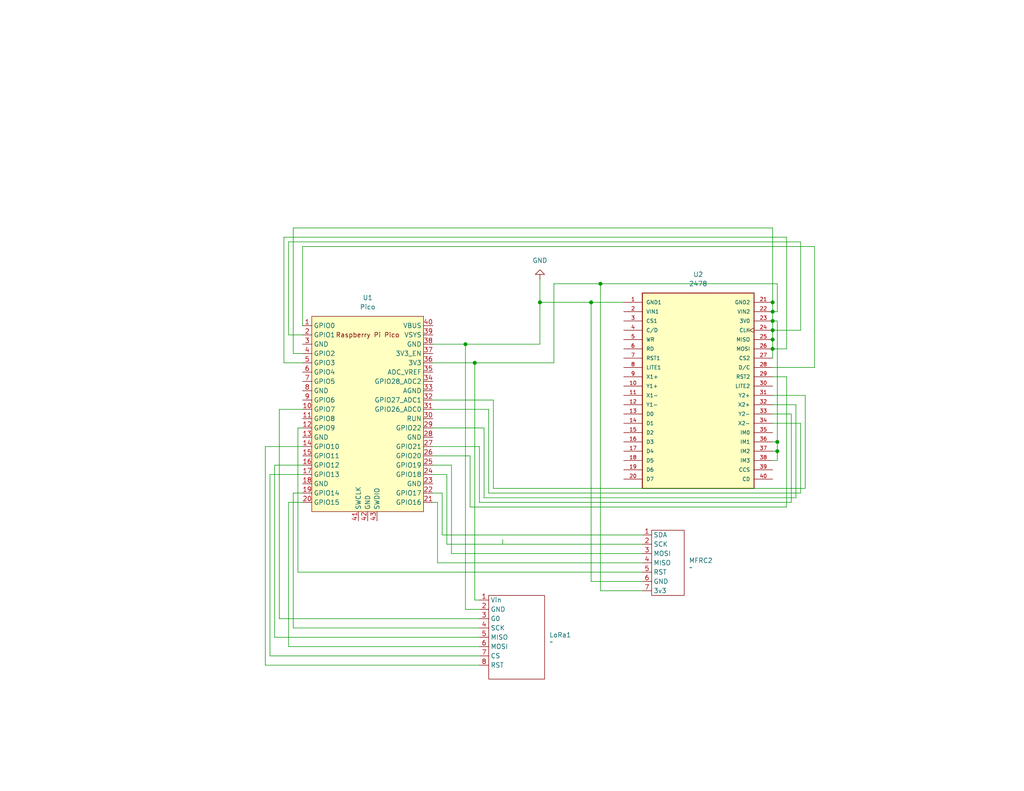
<source format=kicad_sch>
(kicad_sch (version 20231120) (generator "eeschema") (generator_version "8.0")
  (paper "USLetter")
  (title_block (title "Lab 04 Schematic - Pico and LCD Touchscreen\"") (company "Lafayette College") (comment 1 "Kashif Chopra ") (comment 2 "Benjamin Hill "))
  (lib_symbols
    (symbol "2478:2478" (pin_names (offset 1.016))
      (property "Reference" "U" (at -15.2631 28.6183 0))
      (property "Value" "2478" (at -15.262 -27.9803 0))
      (symbol "2478_0_0"
        (rectangle (start -15.24 -25.4) (end 15.24 27.94) (stroke (width 0.254)) (fill (type background)))
        (pin power_in line (at -20.32 25.4 0) (length 5.08) (name "GND1") (number "1"))
        (pin output line (at -20.32 2.54 0) (length 5.08) (name "Y1+") (number "10"))
        (pin output line (at -20.32 0 0) (length 5.08) (name "X1-") (number "11"))
        (pin output line (at -20.32 -2.54 0) (length 5.08) (name "Y1-") (number "12"))
        (pin bidirectional line (at -20.32 -5.08 0) (length 5.08) (name "D0") (number "13"))
        (pin bidirectional line (at -20.32 -7.62 0) (length 5.08) (name "D1") (number "14"))
        (pin bidirectional line (at -20.32 -10.16 0) (length 5.08) (name "D2") (number "15"))
        (pin bidirectional line (at -20.32 -12.7 0) (length 5.08) (name "D3") (number "16"))
        (pin bidirectional line (at -20.32 -15.24 0) (length 5.08) (name "D4") (number "17"))
        (pin bidirectional line (at -20.32 -17.78 0) (length 5.08) (name "D5") (number "18"))
        (pin bidirectional line (at -20.32 -20.32 0) (length 5.08) (name "D6") (number "19"))
        (pin power_in line (at -20.32 22.86 0) (length 5.08) (name "VIN1") (number "2"))
        (pin bidirectional line (at -20.32 -22.86 0) (length 5.08) (name "D7") (number "20"))
        (pin power_in line (at 20.32 25.4 180) (length 5.08) (name "GND2") (number "21"))
        (pin power_in line (at 20.32 22.86 180) (length 5.08) (name "VIN2") (number "22"))
        (pin output line (at 20.32 20.32 180) (length 5.08) (name "3V0") (number "23"))
        (pin input clock (at 20.32 17.78 180) (length 5.08) (name "CLK") (number "24"))
        (pin output line (at 20.32 15.24 180) (length 5.08) (name "MISO") (number "25"))
        (pin input line (at 20.32 12.7 180) (length 5.08) (name "MOSI") (number "26"))
        (pin input line (at 20.32 10.16 180) (length 5.08) (name "CS2") (number "27"))
        (pin input line (at 20.32 7.62 180) (length 5.08) (name "D/C") (number "28"))
        (pin input line (at 20.32 5.08 180) (length 5.08) (name "RST2") (number "29"))
        (pin input line (at -20.32 20.32 0) (length 5.08) (name "CS1") (number "3"))
        (pin input line (at 20.32 2.54 180) (length 5.08) (name "LITE2") (number "30"))
        (pin output line (at 20.32 0 180) (length 5.08) (name "Y2+") (number "31"))
        (pin output line (at 20.32 -2.54 180) (length 5.08) (name "X2+") (number "32"))
        (pin output line (at 20.32 -5.08 180) (length 5.08) (name "Y2-") (number "33"))
        (pin output line (at 20.32 -7.62 180) (length 5.08) (name "X2-") (number "34"))
        (pin input line (at 20.32 -10.16 180) (length 5.08) (name "IM0") (number "35"))
        (pin input line (at 20.32 -12.7 180) (length 5.08) (name "IM1") (number "36"))
        (pin input line (at 20.32 -15.24 180) (length 5.08) (name "IM2") (number "37"))
        (pin input line (at 20.32 -17.78 180) (length 5.08) (name "IM3") (number "38"))
        (pin input line (at 20.32 -20.32 180) (length 5.08) (name "CCS") (number "39"))
        (pin input line (at -20.32 17.78 0) (length 5.08) (name "C/D") (number "4"))
        (pin output line (at 20.32 -22.86 180) (length 5.08) (name "CD") (number "40"))
        (pin input line (at -20.32 15.24 0) (length 5.08) (name "WR") (number "5"))
        (pin input line (at -20.32 12.7 0) (length 5.08) (name "RD") (number "6"))
        (pin input line (at -20.32 10.16 0) (length 5.08) (name "RST1") (number "7"))
        (pin input line (at -20.32 7.62 0) (length 5.08) (name "LITE1") (number "8"))
        (pin output line (at -20.32 5.08 0) (length 5.08) (name "X1+") (number "9"))
      )
    )
    (symbol "MCU_RaspberryPi_and_Boards:Pico"
      (property "Reference" "U" (at -13.97 27.94 0))
      (property "Value" "Pico" (at 0 19.05 0))
      (symbol "Pico_0_0"
        (text "Raspberry Pi Pico" (at 0 21.59 0) (effects (font (size 1.27 1.27))))
      )
      (symbol "Pico_0_1"
        (rectangle (start -15.24 26.67) (end 15.24 -26.67) (fill (type background)))
      )
      (symbol "Pico_1_1"
        (pin bidirectional line (at -17.78 24.13 0) (length 2.54) (name "GPIO0") (number "1"))
        (pin bidirectional line (at -17.78 1.27 0) (length 2.54) (name "GPIO7") (number "10"))
        (pin bidirectional line (at -17.78 -1.27 0) (length 2.54) (name "GPIO8") (number "11"))
        (pin bidirectional line (at -17.78 -3.81 0) (length 2.54) (name "GPIO9") (number "12"))
        (pin power_in line (at -17.78 -6.35 0) (length 2.54) (name "GND") (number "13"))
        (pin bidirectional line (at -17.78 -8.89 0) (length 2.54) (name "GPIO10") (number "14"))
        (pin bidirectional line (at -17.78 -11.43 0) (length 2.54) (name "GPIO11") (number "15"))
        (pin bidirectional line (at -17.78 -13.97 0) (length 2.54) (name "GPIO12") (number "16"))
        (pin bidirectional line (at -17.78 -16.51 0) (length 2.54) (name "GPIO13") (number "17"))
        (pin power_in line (at -17.78 -19.05 0) (length 2.54) (name "GND") (number "18"))
        (pin bidirectional line (at -17.78 -21.59 0) (length 2.54) (name "GPIO14") (number "19"))
        (pin bidirectional line (at -17.78 21.59 0) (length 2.54) (name "GPIO1") (number "2"))
        (pin bidirectional line (at -17.78 -24.13 0) (length 2.54) (name "GPIO15") (number "20"))
        (pin bidirectional line (at 17.78 -24.13 180) (length 2.54) (name "GPIO16") (number "21"))
        (pin bidirectional line (at 17.78 -21.59 180) (length 2.54) (name "GPIO17") (number "22"))
        (pin power_in line (at 17.78 -19.05 180) (length 2.54) (name "GND") (number "23"))
        (pin bidirectional line (at 17.78 -16.51 180) (length 2.54) (name "GPIO18") (number "24"))
        (pin bidirectional line (at 17.78 -13.97 180) (length 2.54) (name "GPIO19") (number "25"))
        (pin bidirectional line (at 17.78 -11.43 180) (length 2.54) (name "GPIO20") (number "26"))
        (pin bidirectional line (at 17.78 -8.89 180) (length 2.54) (name "GPIO21") (number "27"))
        (pin power_in line (at 17.78 -6.35 180) (length 2.54) (name "GND") (number "28"))
        (pin bidirectional line (at 17.78 -3.81 180) (length 2.54) (name "GPIO22") (number "29"))
        (pin power_in line (at -17.78 19.05 0) (length 2.54) (name "GND") (number "3"))
        (pin input line (at 17.78 -1.27 180) (length 2.54) (name "RUN") (number "30"))
        (pin bidirectional line (at 17.78 1.27 180) (length 2.54) (name "GPIO26_ADC0") (number "31"))
        (pin bidirectional line (at 17.78 3.81 180) (length 2.54) (name "GPIO27_ADC1") (number "32"))
        (pin power_in line (at 17.78 6.35 180) (length 2.54) (name "AGND") (number "33"))
        (pin bidirectional line (at 17.78 8.89 180) (length 2.54) (name "GPIO28_ADC2") (number "34"))
        (pin power_in line (at 17.78 11.43 180) (length 2.54) (name "ADC_VREF") (number "35"))
        (pin power_in line (at 17.78 13.97 180) (length 2.54) (name "3V3") (number "36"))
        (pin input line (at 17.78 16.51 180) (length 2.54) (name "3V3_EN") (number "37"))
        (pin bidirectional line (at 17.78 19.05 180) (length 2.54) (name "GND") (number "38"))
        (pin power_in line (at 17.78 21.59 180) (length 2.54) (name "VSYS") (number "39"))
        (pin bidirectional line (at -17.78 16.51 0) (length 2.54) (name "GPIO2") (number "4"))
        (pin power_in line (at 17.78 24.13 180) (length 2.54) (name "VBUS") (number "40"))
        (pin input line (at -2.54 -29.21 90) (length 2.54) (name "SWCLK") (number "41"))
        (pin power_in line (at 0 -29.21 90) (length 2.54) (name "GND") (number "42"))
        (pin bidirectional line (at 2.54 -29.21 90) (length 2.54) (name "SWDIO") (number "43"))
        (pin bidirectional line (at -17.78 13.97 0) (length 2.54) (name "GPIO3") (number "5"))
        (pin bidirectional line (at -17.78 11.43 0) (length 2.54) (name "GPIO4") (number "6"))
        (pin bidirectional line (at -17.78 8.89 0) (length 2.54) (name "GPIO5") (number "7"))
        (pin power_in line (at -17.78 6.35 0) (length 2.54) (name "GND") (number "8"))
        (pin bidirectional line (at -17.78 3.81 0) (length 2.54) (name "GPIO6") (number "9"))
      )
    )
    (symbol "MFRC522:RFM9x"
      (property "Reference" "LoRa" (at 0 0 0))
      (symbol "RFM9x_0_1"
        (rectangle (start -7.62 -1.27) (end 7.62 -24.13))
      )
      (symbol "RFM9x_1_1"
        (pin input line (at -10.16 -2.54 0) (length 2.54) (name "Vin") (number "1"))
        (pin input line (at -10.16 -5.08 0) (length 2.54) (name "GND") (number "2"))
        (pin input line (at -10.16 -7.62 0) (length 2.54) (name "G0") (number "3"))
        (pin input line (at -10.16 -10.16 0) (length 2.54) (name "SCK") (number "4"))
        (pin input line (at -10.16 -12.7 0) (length 2.54) (name "MISO") (number "5"))
        (pin input line (at -10.16 -15.24 0) (length 2.54) (name "MOSI") (number "6"))
        (pin input line (at -10.16 -17.78 0) (length 2.54) (name "CS") (number "7"))
        (pin input line (at -10.16 -20.32 0) (length 2.54) (name "RST") (number "8"))
      )
    )
    (symbol "MFRC522_1"
      (property "Reference" "MFRC522" (at 0 0 0))
      (symbol "MFRC522_1_0_1"
        (rectangle (start -3.81 -1.27) (end 5.08 -19.05))
      )
      (symbol "MFRC522_1_1_1"
        (pin input line (at -6.35 -2.54 0) (length 2.54) (name "SDA") (number "1"))
        (pin input line (at -6.35 -5.08 0) (length 2.54) (name "SCK") (number "2"))
        (pin input line (at -6.35 -7.62 0) (length 2.54) (name "MOSI") (number "3"))
        (pin input line (at -6.35 -10.16 0) (length 2.54) (name "MISO") (number "4"))
        (pin input line (at -6.35 -12.7 0) (length 2.54) (name "RST") (number "5"))
        (pin input line (at -6.35 -15.24 0) (length 2.54) (name "GND") (number "6"))
        (pin input line (at -6.35 -17.78 0) (length 2.54) (name "3v3") (number "7"))
      )
    )
    (symbol "power:GND" (power) (pin_numbers hide) (pin_names (offset 0) hide)
      (property "Value" "GND" (at 0 -3.81 0))
      (symbol "GND_0_1"
        (polyline (pts (xy 0 0) (xy 0 -1.27) (xy 1.27 -1.27) (xy 0 -2.54) (xy -1.27 -1.27) (xy 0 -1.27)))
      )
      (symbol "GND_1_1"
        (pin power_in line (at 0 0 270) (length 0) (name "~") (number "1"))
      )
    )
  )
  (junction (at 161.29 82.55))
  (junction (at 212.09 123.19))
  (junction (at 129.54 99.06))
  (junction (at 210.82 95.25))
  (junction (at 147.32 82.55))
  (junction (at 212.09 120.65))
  (junction (at 210.82 92.71))
  (junction (at 163.83 77.47))
  (junction (at 210.82 90.17))
  (junction (at 210.82 85.09))
  (junction (at 210.82 87.63))
  (junction (at 127 93.98))
  (junction (at 210.82 82.55))
  (wire (pts (xy 210.82 115.57) (xy 218.44 115.57)))
  (wire (pts (xy 214.63 102.87) (xy 214.63 138.43)))
  (wire (pts (xy 129.54 99.06) (xy 151.13 99.06)))
  (wire (pts (xy 74.93 127) (xy 82.55 127)))
  (wire (pts (xy 132.08 116.84) (xy 118.11 116.84)))
  (wire (pts (xy 121.92 148.59) (xy 121.92 129.54)))
  (wire (pts (xy 212.09 77.47) (xy 212.09 85.09)))
  (wire (pts (xy 210.82 97.79) (xy 210.82 95.25)))
  (wire (pts (xy 123.19 151.13) (xy 123.19 127)))
  (wire (pts (xy 151.13 77.47) (xy 163.83 77.47)))
  (wire (pts (xy 212.09 120.65) (xy 210.82 120.65)))
  (wire (pts (xy 210.82 125.73) (xy 212.09 125.73)))
  (wire (pts (xy 118.11 127) (xy 123.19 127)))
  (wire (pts (xy 80.01 62.23) (xy 80.01 96.52)))
  (wire (pts (xy 218.44 66.04) (xy 78.74 66.04)))
  (wire (pts (xy 212.09 120.65) (xy 212.09 123.19)))
  (wire (pts (xy 72.39 121.92) (xy 82.55 121.92)))
  (wire (pts (xy 130.81 171.45) (xy 80.01 171.45)))
  (wire (pts (xy 130.81 181.61) (xy 72.39 181.61)))
  (wire (pts (xy 218.44 90.17) (xy 210.82 90.17)))
  (wire (pts (xy 163.83 77.47) (xy 212.09 77.47)))
  (wire (pts (xy 147.32 93.98) (xy 147.32 82.55)))
  (wire (pts (xy 210.82 110.49) (xy 217.17 110.49)))
  (wire (pts (xy 215.9 113.03) (xy 215.9 137.16)))
  (wire (pts (xy 210.82 90.17) (xy 210.82 87.63)))
  (wire (pts (xy 80.01 171.45) (xy 80.01 134.62)))
  (wire (pts (xy 218.44 115.57) (xy 218.44 134.62)))
  (wire (pts (xy 130.81 168.91) (xy 76.2 168.91)))
  (wire (pts (xy 130.81 173.99) (xy 74.93 173.99)))
  (wire (pts (xy 137.16 148.59) (xy 137.16 147.32)))
  (wire (pts (xy 130.81 176.53) (xy 78.74 176.53)))
  (wire (pts (xy 217.17 135.89) (xy 132.08 135.89)))
  (wire (pts (xy 210.82 62.23) (xy 80.01 62.23)))
  (wire (pts (xy 130.81 179.07) (xy 73.66 179.07)))
  (wire (pts (xy 212.09 87.63) (xy 212.09 120.65)))
  (wire (pts (xy 222.25 67.31) (xy 82.55 67.31)))
  (wire (pts (xy 81.28 116.84) (xy 82.55 116.84)))
  (wire (pts (xy 120.65 146.05) (xy 175.26 146.05)))
  (wire (pts (xy 130.81 137.16) (xy 130.81 121.92)))
  (wire (pts (xy 210.82 113.03) (xy 215.9 113.03)))
  (wire (pts (xy 119.38 153.67) (xy 175.26 153.67)))
  (wire (pts (xy 210.82 95.25) (xy 210.82 92.71)))
  (wire (pts (xy 215.9 137.16) (xy 130.81 137.16)))
  (wire (pts (xy 147.32 76.2) (xy 147.32 82.55)))
  (wire (pts (xy 151.13 77.47) (xy 151.13 99.06)))
  (wire (pts (xy 119.38 153.67) (xy 119.38 137.16)))
  (wire (pts (xy 210.82 102.87) (xy 214.63 102.87)))
  (wire (pts (xy 118.11 93.98) (xy 127 93.98)))
  (wire (pts (xy 163.83 77.47) (xy 163.83 161.29)))
  (wire (pts (xy 78.74 137.16) (xy 82.55 137.16)))
  (wire (pts (xy 130.81 163.83) (xy 129.54 163.83)))
  (wire (pts (xy 175.26 158.75) (xy 161.29 158.75)))
  (wire (pts (xy 133.35 134.62) (xy 133.35 111.76)))
  (wire (pts (xy 210.82 107.95) (xy 219.71 107.95)))
  (wire (pts (xy 218.44 134.62) (xy 133.35 134.62)))
  (wire (pts (xy 123.19 151.13) (xy 175.26 151.13)))
  (wire (pts (xy 130.81 121.92) (xy 118.11 121.92)))
  (wire (pts (xy 80.01 96.52) (xy 82.55 96.52)))
  (wire (pts (xy 72.39 181.61) (xy 72.39 121.92)))
  (wire (pts (xy 175.26 161.29) (xy 163.83 161.29)))
  (wire (pts (xy 222.25 100.33) (xy 210.82 100.33)))
  (wire (pts (xy 73.66 179.07) (xy 73.66 129.54)))
  (wire (pts (xy 210.82 87.63) (xy 212.09 87.63)))
  (wire (pts (xy 130.81 166.37) (xy 127 166.37)))
  (wire (pts (xy 219.71 133.35) (xy 134.62 133.35)))
  (wire (pts (xy 222.25 100.33) (xy 222.25 67.31)))
  (wire (pts (xy 134.62 133.35) (xy 134.62 109.22)))
  (wire (pts (xy 77.47 99.06) (xy 82.55 99.06)))
  (wire (pts (xy 118.11 111.76) (xy 133.35 111.76)))
  (wire (pts (xy 81.28 156.21) (xy 175.26 156.21)))
  (wire (pts (xy 218.44 90.17) (xy 218.44 66.04)))
  (wire (pts (xy 210.82 85.09) (xy 210.82 82.55)))
  (wire (pts (xy 129.54 163.83) (xy 129.54 99.06)))
  (wire (pts (xy 74.93 173.99) (xy 74.93 127)))
  (wire (pts (xy 119.38 137.16) (xy 118.11 137.16)))
  (wire (pts (xy 127 166.37) (xy 127 93.98)))
  (wire (pts (xy 217.17 110.49) (xy 217.17 135.89)))
  (wire (pts (xy 78.74 91.44) (xy 82.55 91.44)))
  (wire (pts (xy 210.82 123.19) (xy 212.09 123.19)))
  (wire (pts (xy 147.32 82.55) (xy 161.29 82.55)))
  (wire (pts (xy 210.82 92.71) (xy 210.82 90.17)))
  (wire (pts (xy 120.65 146.05) (xy 120.65 134.62)))
  (wire (pts (xy 82.55 67.31) (xy 82.55 88.9)))
  (wire (pts (xy 76.2 168.91) (xy 76.2 111.76)))
  (wire (pts (xy 219.71 107.95) (xy 219.71 133.35)))
  (wire (pts (xy 121.92 148.59) (xy 175.26 148.59)))
  (wire (pts (xy 78.74 176.53) (xy 78.74 137.16)))
  (wire (pts (xy 118.11 99.06) (xy 129.54 99.06)))
  (wire (pts (xy 118.11 124.46) (xy 128.27 124.46)))
  (wire (pts (xy 128.27 138.43) (xy 128.27 124.46)))
  (wire (pts (xy 118.11 134.62) (xy 120.65 134.62)))
  (wire (pts (xy 210.82 87.63) (xy 210.82 85.09)))
  (wire (pts (xy 161.29 158.75) (xy 161.29 82.55)))
  (wire (pts (xy 73.66 129.54) (xy 82.55 129.54)))
  (wire (pts (xy 212.09 85.09) (xy 210.82 85.09)))
  (wire (pts (xy 214.63 64.77) (xy 77.47 64.77)))
  (wire (pts (xy 134.62 109.22) (xy 118.11 109.22)))
  (wire (pts (xy 214.63 95.25) (xy 214.63 64.77)))
  (wire (pts (xy 212.09 125.73) (xy 212.09 123.19)))
  (wire (pts (xy 210.82 82.55) (xy 210.82 62.23)))
  (wire (pts (xy 80.01 134.62) (xy 82.55 134.62)))
  (wire (pts (xy 127 93.98) (xy 147.32 93.98)))
  (wire (pts (xy 78.74 66.04) (xy 78.74 91.44)))
  (wire (pts (xy 214.63 138.43) (xy 128.27 138.43)))
  (wire (pts (xy 214.63 95.25) (xy 210.82 95.25)))
  (wire (pts (xy 121.92 129.54) (xy 118.11 129.54)))
  (wire (pts (xy 77.47 64.77) (xy 77.47 99.06)))
  (wire (pts (xy 81.28 156.21) (xy 81.28 116.84)))
  (wire (pts (xy 132.08 135.89) (xy 132.08 116.84)))
  (wire (pts (xy 76.2 111.76) (xy 82.55 111.76)))
  (wire (pts (xy 161.29 82.55) (xy 170.18 82.55)))
  (symbol (lib_id "MCU_RaspberryPi_and_Boards:Pico") (at 100.33 113.03 0) (unit 1)
    (property "Reference" "U1" (at 100.33 81.28 0))
    (property "Value" "Pico" (at 100.33 83.82 0))
    (property "Footprint" "RPi_Pico:RPi_Pico_SMD_TH" (effects (hide yes)))
  )
  (symbol (lib_name "MFRC522_1") (lib_id "MFRC522:MFRC522") (at 181.61 143.51 0) (unit 1)
    (property "Reference" "MFRC2" (at 187.96 153.0349 0) (effects (justify left)))
    (property "Value" "~" (at 187.96 154.94 0) (effects (justify left)))
  )
  (symbol (lib_id "power:GND") (at 147.32 76.2 180) (unit 1)
    (property "Reference" "#PWR01" (effects (hide yes)))
    (property "Value" "GND" (at 147.32 71.12 0))
    (property "Description" "Power symbol creates a global label with name \"GND\" , ground" (effects (hide yes)))
  )
  (symbol (lib_id "2478:2478") (at 190.5 107.95 0) (unit 1)
    (property "Reference" "U2" (at 190.5 74.93 0))
    (property "Value" "2478" (at 190.5 77.47 0))
    (property "Footprint" "ADAFRUIT_2478" (effects (hide yes)))
    (property "MANUFACTURER" "Adafruit Industries LLC" (effects (hide yes)))
  )
  (symbol (lib_id "MFRC522:RFM9x") (at 140.97 161.29 0) (unit 1)
    (property "Reference" "LoRa1" (at 149.86 173.3549 0) (effects (justify left)))
    (property "Value" "~" (at 149.86 175.26 0) (effects (justify left)))
  )
)
</source>
